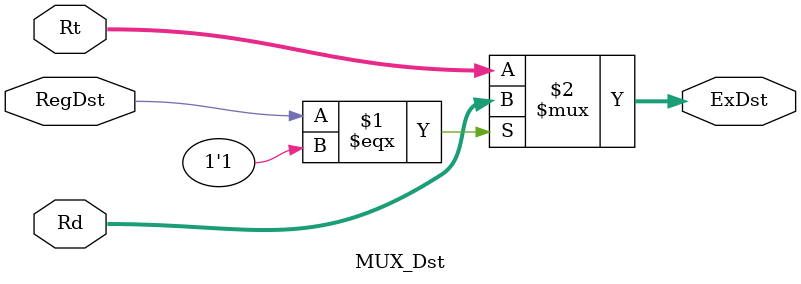
<source format=v>
`timescale 1ns / 1ps
module MUX_Dst(
	input [4:0]Rt,
	input [4:0]Rd,
	input RegDst,
	output [4:0]ExDst// mind the select signal
    );
	 
	 assign ExDst = (RegDst === 1) ?  Rd : Rt;


endmodule

</source>
